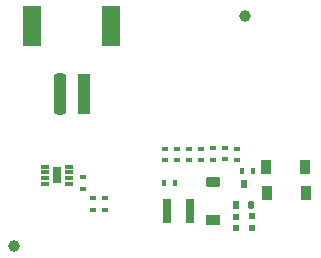
<source format=gbp>
G04*
G04 #@! TF.GenerationSoftware,Altium Limited,Altium Designer,22.10.1 (41)*
G04*
G04 Layer_Color=128*
%FSLAX44Y44*%
%MOMM*%
G71*
G04*
G04 #@! TF.SameCoordinates,27488822-8B8A-45CA-B0CB-A5C5B456CCF3*
G04*
G04*
G04 #@! TF.FilePolarity,Positive*
G04*
G01*
G75*
%ADD23R,0.4500X0.6000*%
%ADD24R,0.6000X0.4500*%
G04:AMPARAMS|DCode=29|XSize=0.9144mm|YSize=1.2192mm|CornerRadius=0.2286mm|HoleSize=0mm|Usage=FLASHONLY|Rotation=90.000|XOffset=0mm|YOffset=0mm|HoleType=Round|Shape=RoundedRectangle|*
%AMROUNDEDRECTD29*
21,1,0.9144,0.7620,0,0,90.0*
21,1,0.4572,1.2192,0,0,90.0*
1,1,0.4572,0.3810,0.2286*
1,1,0.4572,0.3810,-0.2286*
1,1,0.4572,-0.3810,-0.2286*
1,1,0.4572,-0.3810,0.2286*
%
%ADD29ROUNDEDRECTD29*%
%ADD30R,1.2192X0.9144*%
%ADD33R,0.6000X0.5000*%
%ADD36C,1.0000*%
%ADD105R,0.9144X1.2192*%
G04:AMPARAMS|DCode=106|XSize=0.9144mm|YSize=1.2192mm|CornerRadius=0.2286mm|HoleSize=0mm|Usage=FLASHONLY|Rotation=180.000|XOffset=0mm|YOffset=0mm|HoleType=Round|Shape=RoundedRectangle|*
%AMROUNDEDRECTD106*
21,1,0.9144,0.7620,0,0,180.0*
21,1,0.4572,1.2192,0,0,180.0*
1,1,0.4572,-0.2286,0.3810*
1,1,0.4572,0.2286,0.3810*
1,1,0.4572,0.2286,-0.3810*
1,1,0.4572,-0.2286,-0.3810*
%
%ADD106ROUNDEDRECTD106*%
%ADD107R,0.8000X2.0000*%
G04:AMPARAMS|DCode=108|XSize=0.7mm|YSize=0.3mm|CornerRadius=0.075mm|HoleSize=0mm|Usage=FLASHONLY|Rotation=180.000|XOffset=0mm|YOffset=0mm|HoleType=Round|Shape=RoundedRectangle|*
%AMROUNDEDRECTD108*
21,1,0.7000,0.1500,0,0,180.0*
21,1,0.5500,0.3000,0,0,180.0*
1,1,0.1500,-0.2750,0.0750*
1,1,0.1500,0.2750,0.0750*
1,1,0.1500,0.2750,-0.0750*
1,1,0.1500,-0.2750,-0.0750*
%
%ADD108ROUNDEDRECTD108*%
%ADD109R,0.8000X1.3800*%
%ADD110R,0.7000X0.3000*%
G04:AMPARAMS|DCode=111|XSize=1mm|YSize=3.5mm|CornerRadius=0.25mm|HoleSize=0mm|Usage=FLASHONLY|Rotation=0.000|XOffset=0mm|YOffset=0mm|HoleType=Round|Shape=RoundedRectangle|*
%AMROUNDEDRECTD111*
21,1,1.0000,3.0000,0,0,0.0*
21,1,0.5000,3.5000,0,0,0.0*
1,1,0.5000,0.2500,-1.5000*
1,1,0.5000,-0.2500,-1.5000*
1,1,0.5000,-0.2500,1.5000*
1,1,0.5000,0.2500,1.5000*
%
%ADD111ROUNDEDRECTD111*%
%ADD112R,1.0000X3.5000*%
%ADD113R,1.5000X3.4000*%
%ADD114R,0.5590X0.6480*%
G04:AMPARAMS|DCode=115|XSize=0.648mm|YSize=0.559mm|CornerRadius=0.1398mm|HoleSize=0mm|Usage=FLASHONLY|Rotation=90.000|XOffset=0mm|YOffset=0mm|HoleType=Round|Shape=RoundedRectangle|*
%AMROUNDEDRECTD115*
21,1,0.6480,0.2795,0,0,90.0*
21,1,0.3685,0.5590,0,0,90.0*
1,1,0.2795,0.1398,0.1843*
1,1,0.2795,0.1398,-0.1843*
1,1,0.2795,-0.1398,-0.1843*
1,1,0.2795,-0.1398,0.1843*
%
%ADD115ROUNDEDRECTD115*%
D23*
X208610Y179070D02*
D03*
X218110D02*
D03*
X284150Y189230D02*
D03*
X274650D02*
D03*
D24*
X158750Y156540D02*
D03*
Y166040D02*
D03*
X148590Y156540D02*
D03*
Y166040D02*
D03*
X270510Y207950D02*
D03*
Y198450D02*
D03*
X209550D02*
D03*
Y207950D02*
D03*
X139700Y183820D02*
D03*
Y174320D02*
D03*
X219710Y207950D02*
D03*
Y198450D02*
D03*
X240030Y207950D02*
D03*
Y198450D02*
D03*
X229870Y207950D02*
D03*
Y198450D02*
D03*
X250500Y208250D02*
D03*
Y198750D02*
D03*
X260497Y208500D02*
D03*
Y199000D02*
D03*
D29*
X250190Y180213D02*
D03*
D30*
Y147447D02*
D03*
D33*
X269500Y150615D02*
D03*
Y140615D02*
D03*
X283210Y151050D02*
D03*
Y141050D02*
D03*
D36*
X81280Y125730D02*
D03*
X276860Y320040D02*
D03*
D105*
X296037Y170180D02*
D03*
X327942Y192250D02*
D03*
D106*
X328803Y170180D02*
D03*
X295176Y192250D02*
D03*
D107*
X230980Y154940D02*
D03*
X210980D02*
D03*
D108*
X128010Y192920D02*
D03*
D109*
X118110Y185420D02*
D03*
D110*
X128010Y187920D02*
D03*
Y182920D02*
D03*
Y177920D02*
D03*
X108210Y192920D02*
D03*
Y187920D02*
D03*
Y182920D02*
D03*
Y177920D02*
D03*
D111*
X120500Y254042D02*
D03*
D112*
X140500D02*
D03*
D113*
X97000Y311542D02*
D03*
X164000D02*
D03*
D114*
X276000Y178254D02*
D03*
X269775Y160344D02*
D03*
D115*
X282225D02*
D03*
M02*

</source>
